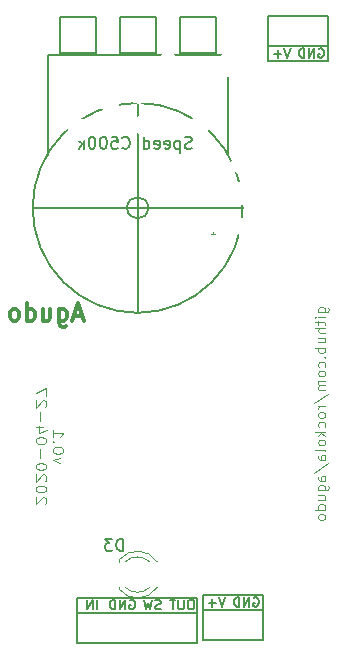
<source format=gbr>
%TF.GenerationSoftware,KiCad,Pcbnew,6.0.0+dfsg1-2*%
%TF.CreationDate,2022-01-11T21:26:03+02:00*%
%TF.ProjectId,agudo,61677564-6f2e-46b6-9963-61645f706362,rev?*%
%TF.SameCoordinates,Original*%
%TF.FileFunction,Legend,Bot*%
%TF.FilePolarity,Positive*%
%FSLAX46Y46*%
G04 Gerber Fmt 4.6, Leading zero omitted, Abs format (unit mm)*
G04 Created by KiCad (PCBNEW 6.0.0+dfsg1-2) date 2022-01-11 21:26:03*
%MOMM*%
%LPD*%
G01*
G04 APERTURE LIST*
%ADD10C,0.100000*%
%ADD11C,0.300000*%
%ADD12C,0.150000*%
%ADD13C,0.127000*%
%ADD14C,0.120000*%
%ADD15O,2.000000X2.000000*%
%ADD16O,2.540000X2.540000*%
%ADD17R,2.540000X2.540000*%
%ADD18O,1.930400X1.930400*%
%ADD19R,1.930400X1.930400*%
%ADD20O,2.400000X1.600000*%
%ADD21R,2.400000X1.600000*%
%ADD22C,1.800000*%
%ADD23R,1.800000X1.800000*%
%ADD24R,2.000000X2.000000*%
%ADD25C,1.600000*%
%ADD26R,1.600000X1.600000*%
G04 APERTURE END LIST*
D10*
X115631142Y-104077571D02*
X116359714Y-104077571D01*
X116445428Y-104034714D01*
X116488285Y-103991857D01*
X116531142Y-103906142D01*
X116531142Y-103777571D01*
X116488285Y-103691857D01*
X116188285Y-104077571D02*
X116231142Y-103991857D01*
X116231142Y-103820428D01*
X116188285Y-103734714D01*
X116145428Y-103691857D01*
X116059714Y-103649000D01*
X115802571Y-103649000D01*
X115716857Y-103691857D01*
X115674000Y-103734714D01*
X115631142Y-103820428D01*
X115631142Y-103991857D01*
X115674000Y-104077571D01*
X116231142Y-104506142D02*
X115631142Y-104506142D01*
X115331142Y-104506142D02*
X115374000Y-104463285D01*
X115416857Y-104506142D01*
X115374000Y-104549000D01*
X115331142Y-104506142D01*
X115416857Y-104506142D01*
X115631142Y-104806142D02*
X115631142Y-105149000D01*
X115331142Y-104934714D02*
X116102571Y-104934714D01*
X116188285Y-104977571D01*
X116231142Y-105063285D01*
X116231142Y-105149000D01*
X116231142Y-105449000D02*
X115331142Y-105449000D01*
X116231142Y-105834714D02*
X115759714Y-105834714D01*
X115674000Y-105791857D01*
X115631142Y-105706142D01*
X115631142Y-105577571D01*
X115674000Y-105491857D01*
X115716857Y-105449000D01*
X115631142Y-106649000D02*
X116231142Y-106649000D01*
X115631142Y-106263285D02*
X116102571Y-106263285D01*
X116188285Y-106306142D01*
X116231142Y-106391857D01*
X116231142Y-106520428D01*
X116188285Y-106606142D01*
X116145428Y-106649000D01*
X116231142Y-107077571D02*
X115331142Y-107077571D01*
X115674000Y-107077571D02*
X115631142Y-107163285D01*
X115631142Y-107334714D01*
X115674000Y-107420428D01*
X115716857Y-107463285D01*
X115802571Y-107506142D01*
X116059714Y-107506142D01*
X116145428Y-107463285D01*
X116188285Y-107420428D01*
X116231142Y-107334714D01*
X116231142Y-107163285D01*
X116188285Y-107077571D01*
X116145428Y-107891857D02*
X116188285Y-107934714D01*
X116231142Y-107891857D01*
X116188285Y-107849000D01*
X116145428Y-107891857D01*
X116231142Y-107891857D01*
X116188285Y-108706142D02*
X116231142Y-108620428D01*
X116231142Y-108449000D01*
X116188285Y-108363285D01*
X116145428Y-108320428D01*
X116059714Y-108277571D01*
X115802571Y-108277571D01*
X115716857Y-108320428D01*
X115674000Y-108363285D01*
X115631142Y-108449000D01*
X115631142Y-108620428D01*
X115674000Y-108706142D01*
X116231142Y-109220428D02*
X116188285Y-109134714D01*
X116145428Y-109091857D01*
X116059714Y-109049000D01*
X115802571Y-109049000D01*
X115716857Y-109091857D01*
X115674000Y-109134714D01*
X115631142Y-109220428D01*
X115631142Y-109349000D01*
X115674000Y-109434714D01*
X115716857Y-109477571D01*
X115802571Y-109520428D01*
X116059714Y-109520428D01*
X116145428Y-109477571D01*
X116188285Y-109434714D01*
X116231142Y-109349000D01*
X116231142Y-109220428D01*
X116231142Y-109906142D02*
X115631142Y-109906142D01*
X115716857Y-109906142D02*
X115674000Y-109949000D01*
X115631142Y-110034714D01*
X115631142Y-110163285D01*
X115674000Y-110249000D01*
X115759714Y-110291857D01*
X116231142Y-110291857D01*
X115759714Y-110291857D02*
X115674000Y-110334714D01*
X115631142Y-110420428D01*
X115631142Y-110549000D01*
X115674000Y-110634714D01*
X115759714Y-110677571D01*
X116231142Y-110677571D01*
X115288285Y-111749000D02*
X116445428Y-110977571D01*
X116231142Y-112049000D02*
X115631142Y-112049000D01*
X115802571Y-112049000D02*
X115716857Y-112091857D01*
X115674000Y-112134714D01*
X115631142Y-112220428D01*
X115631142Y-112306142D01*
X116231142Y-112734714D02*
X116188285Y-112649000D01*
X116145428Y-112606142D01*
X116059714Y-112563285D01*
X115802571Y-112563285D01*
X115716857Y-112606142D01*
X115674000Y-112649000D01*
X115631142Y-112734714D01*
X115631142Y-112863285D01*
X115674000Y-112949000D01*
X115716857Y-112991857D01*
X115802571Y-113034714D01*
X116059714Y-113034714D01*
X116145428Y-112991857D01*
X116188285Y-112949000D01*
X116231142Y-112863285D01*
X116231142Y-112734714D01*
X116188285Y-113806142D02*
X116231142Y-113720428D01*
X116231142Y-113549000D01*
X116188285Y-113463285D01*
X116145428Y-113420428D01*
X116059714Y-113377571D01*
X115802571Y-113377571D01*
X115716857Y-113420428D01*
X115674000Y-113463285D01*
X115631142Y-113549000D01*
X115631142Y-113720428D01*
X115674000Y-113806142D01*
X116231142Y-114191857D02*
X115331142Y-114191857D01*
X115888285Y-114277571D02*
X116231142Y-114534714D01*
X115631142Y-114534714D02*
X115974000Y-114191857D01*
X116231142Y-115049000D02*
X116188285Y-114963285D01*
X116145428Y-114920428D01*
X116059714Y-114877571D01*
X115802571Y-114877571D01*
X115716857Y-114920428D01*
X115674000Y-114963285D01*
X115631142Y-115049000D01*
X115631142Y-115177571D01*
X115674000Y-115263285D01*
X115716857Y-115306142D01*
X115802571Y-115349000D01*
X116059714Y-115349000D01*
X116145428Y-115306142D01*
X116188285Y-115263285D01*
X116231142Y-115177571D01*
X116231142Y-115049000D01*
X116231142Y-115863285D02*
X116188285Y-115777571D01*
X116102571Y-115734714D01*
X115331142Y-115734714D01*
X116231142Y-116591857D02*
X115759714Y-116591857D01*
X115674000Y-116549000D01*
X115631142Y-116463285D01*
X115631142Y-116291857D01*
X115674000Y-116206142D01*
X116188285Y-116591857D02*
X116231142Y-116506142D01*
X116231142Y-116291857D01*
X116188285Y-116206142D01*
X116102571Y-116163285D01*
X116016857Y-116163285D01*
X115931142Y-116206142D01*
X115888285Y-116291857D01*
X115888285Y-116506142D01*
X115845428Y-116591857D01*
X115288285Y-117663285D02*
X116445428Y-116891857D01*
X116231142Y-118349000D02*
X115759714Y-118349000D01*
X115674000Y-118306142D01*
X115631142Y-118220428D01*
X115631142Y-118049000D01*
X115674000Y-117963285D01*
X116188285Y-118349000D02*
X116231142Y-118263285D01*
X116231142Y-118049000D01*
X116188285Y-117963285D01*
X116102571Y-117920428D01*
X116016857Y-117920428D01*
X115931142Y-117963285D01*
X115888285Y-118049000D01*
X115888285Y-118263285D01*
X115845428Y-118349000D01*
X115631142Y-119163285D02*
X116359714Y-119163285D01*
X116445428Y-119120428D01*
X116488285Y-119077571D01*
X116531142Y-118991857D01*
X116531142Y-118863285D01*
X116488285Y-118777571D01*
X116188285Y-119163285D02*
X116231142Y-119077571D01*
X116231142Y-118906142D01*
X116188285Y-118820428D01*
X116145428Y-118777571D01*
X116059714Y-118734714D01*
X115802571Y-118734714D01*
X115716857Y-118777571D01*
X115674000Y-118820428D01*
X115631142Y-118906142D01*
X115631142Y-119077571D01*
X115674000Y-119163285D01*
X115631142Y-119977571D02*
X116231142Y-119977571D01*
X115631142Y-119591857D02*
X116102571Y-119591857D01*
X116188285Y-119634714D01*
X116231142Y-119720428D01*
X116231142Y-119849000D01*
X116188285Y-119934714D01*
X116145428Y-119977571D01*
X116231142Y-120791857D02*
X115331142Y-120791857D01*
X116188285Y-120791857D02*
X116231142Y-120706142D01*
X116231142Y-120534714D01*
X116188285Y-120449000D01*
X116145428Y-120406142D01*
X116059714Y-120363285D01*
X115802571Y-120363285D01*
X115716857Y-120406142D01*
X115674000Y-120449000D01*
X115631142Y-120534714D01*
X115631142Y-120706142D01*
X115674000Y-120791857D01*
X116231142Y-121349000D02*
X116188285Y-121263285D01*
X116145428Y-121220428D01*
X116059714Y-121177571D01*
X115802571Y-121177571D01*
X115716857Y-121220428D01*
X115674000Y-121263285D01*
X115631142Y-121349000D01*
X115631142Y-121477571D01*
X115674000Y-121563285D01*
X115716857Y-121606142D01*
X115802571Y-121649000D01*
X116059714Y-121649000D01*
X116145428Y-121606142D01*
X116188285Y-121563285D01*
X116231142Y-121477571D01*
X116231142Y-121349000D01*
X93754357Y-116871571D02*
X93154357Y-116633476D01*
X93754357Y-116395380D01*
X94054357Y-115823952D02*
X94054357Y-115728714D01*
X94011500Y-115633476D01*
X93968642Y-115585857D01*
X93882928Y-115538238D01*
X93711500Y-115490619D01*
X93497214Y-115490619D01*
X93325785Y-115538238D01*
X93240071Y-115585857D01*
X93197214Y-115633476D01*
X93154357Y-115728714D01*
X93154357Y-115823952D01*
X93197214Y-115919190D01*
X93240071Y-115966809D01*
X93325785Y-116014428D01*
X93497214Y-116062047D01*
X93711500Y-116062047D01*
X93882928Y-116014428D01*
X93968642Y-115966809D01*
X94011500Y-115919190D01*
X94054357Y-115823952D01*
X93240071Y-115062047D02*
X93197214Y-115014428D01*
X93154357Y-115062047D01*
X93197214Y-115109666D01*
X93240071Y-115062047D01*
X93154357Y-115062047D01*
X93154357Y-114062047D02*
X93154357Y-114633476D01*
X93154357Y-114347761D02*
X94054357Y-114347761D01*
X93925785Y-114443000D01*
X93840071Y-114538238D01*
X93797214Y-114633476D01*
X92519642Y-120300142D02*
X92562500Y-120252523D01*
X92605357Y-120157285D01*
X92605357Y-119919190D01*
X92562500Y-119823952D01*
X92519642Y-119776333D01*
X92433928Y-119728714D01*
X92348214Y-119728714D01*
X92219642Y-119776333D01*
X91705357Y-120347761D01*
X91705357Y-119728714D01*
X92605357Y-119109666D02*
X92605357Y-119014428D01*
X92562500Y-118919190D01*
X92519642Y-118871571D01*
X92433928Y-118823952D01*
X92262500Y-118776333D01*
X92048214Y-118776333D01*
X91876785Y-118823952D01*
X91791071Y-118871571D01*
X91748214Y-118919190D01*
X91705357Y-119014428D01*
X91705357Y-119109666D01*
X91748214Y-119204904D01*
X91791071Y-119252523D01*
X91876785Y-119300142D01*
X92048214Y-119347761D01*
X92262500Y-119347761D01*
X92433928Y-119300142D01*
X92519642Y-119252523D01*
X92562500Y-119204904D01*
X92605357Y-119109666D01*
X92519642Y-118395380D02*
X92562500Y-118347761D01*
X92605357Y-118252523D01*
X92605357Y-118014428D01*
X92562500Y-117919190D01*
X92519642Y-117871571D01*
X92433928Y-117823952D01*
X92348214Y-117823952D01*
X92219642Y-117871571D01*
X91705357Y-118443000D01*
X91705357Y-117823952D01*
X92605357Y-117204904D02*
X92605357Y-117109666D01*
X92562500Y-117014428D01*
X92519642Y-116966809D01*
X92433928Y-116919190D01*
X92262500Y-116871571D01*
X92048214Y-116871571D01*
X91876785Y-116919190D01*
X91791071Y-116966809D01*
X91748214Y-117014428D01*
X91705357Y-117109666D01*
X91705357Y-117204904D01*
X91748214Y-117300142D01*
X91791071Y-117347761D01*
X91876785Y-117395380D01*
X92048214Y-117443000D01*
X92262500Y-117443000D01*
X92433928Y-117395380D01*
X92519642Y-117347761D01*
X92562500Y-117300142D01*
X92605357Y-117204904D01*
X92048214Y-116443000D02*
X92048214Y-115681095D01*
X92605357Y-115014428D02*
X92605357Y-114919190D01*
X92562500Y-114823952D01*
X92519642Y-114776333D01*
X92433928Y-114728714D01*
X92262500Y-114681095D01*
X92048214Y-114681095D01*
X91876785Y-114728714D01*
X91791071Y-114776333D01*
X91748214Y-114823952D01*
X91705357Y-114919190D01*
X91705357Y-115014428D01*
X91748214Y-115109666D01*
X91791071Y-115157285D01*
X91876785Y-115204904D01*
X92048214Y-115252523D01*
X92262500Y-115252523D01*
X92433928Y-115204904D01*
X92519642Y-115157285D01*
X92562500Y-115109666D01*
X92605357Y-115014428D01*
X92305357Y-113823952D02*
X91705357Y-113823952D01*
X92648214Y-114062047D02*
X92005357Y-114300142D01*
X92005357Y-113681095D01*
X92048214Y-113300142D02*
X92048214Y-112538238D01*
X92519642Y-112109666D02*
X92562500Y-112062047D01*
X92605357Y-111966809D01*
X92605357Y-111728714D01*
X92562500Y-111633476D01*
X92519642Y-111585857D01*
X92433928Y-111538238D01*
X92348214Y-111538238D01*
X92219642Y-111585857D01*
X91705357Y-112157285D01*
X91705357Y-111538238D01*
X92605357Y-111204904D02*
X92605357Y-110538238D01*
X91705357Y-110966809D01*
D11*
X95654428Y-104390000D02*
X94940142Y-104390000D01*
X95797285Y-104818571D02*
X95297285Y-103318571D01*
X94797285Y-104818571D01*
X93654428Y-103818571D02*
X93654428Y-105032857D01*
X93725857Y-105175714D01*
X93797285Y-105247142D01*
X93940142Y-105318571D01*
X94154428Y-105318571D01*
X94297285Y-105247142D01*
X93654428Y-104747142D02*
X93797285Y-104818571D01*
X94083000Y-104818571D01*
X94225857Y-104747142D01*
X94297285Y-104675714D01*
X94368714Y-104532857D01*
X94368714Y-104104285D01*
X94297285Y-103961428D01*
X94225857Y-103890000D01*
X94083000Y-103818571D01*
X93797285Y-103818571D01*
X93654428Y-103890000D01*
X92297285Y-103818571D02*
X92297285Y-104818571D01*
X92940142Y-103818571D02*
X92940142Y-104604285D01*
X92868714Y-104747142D01*
X92725857Y-104818571D01*
X92511571Y-104818571D01*
X92368714Y-104747142D01*
X92297285Y-104675714D01*
X90940142Y-104818571D02*
X90940142Y-103318571D01*
X90940142Y-104747142D02*
X91083000Y-104818571D01*
X91368714Y-104818571D01*
X91511571Y-104747142D01*
X91583000Y-104675714D01*
X91654428Y-104532857D01*
X91654428Y-104104285D01*
X91583000Y-103961428D01*
X91511571Y-103890000D01*
X91368714Y-103818571D01*
X91083000Y-103818571D01*
X90940142Y-103890000D01*
X90011571Y-104818571D02*
X90154428Y-104747142D01*
X90225857Y-104675714D01*
X90297285Y-104532857D01*
X90297285Y-104104285D01*
X90225857Y-103961428D01*
X90154428Y-103890000D01*
X90011571Y-103818571D01*
X89797285Y-103818571D01*
X89654428Y-103890000D01*
X89583000Y-103961428D01*
X89511571Y-104104285D01*
X89511571Y-104532857D01*
X89583000Y-104675714D01*
X89654428Y-104747142D01*
X89797285Y-104818571D01*
X90011571Y-104818571D01*
D10*
X106508571Y-97426428D02*
X106851428Y-97426428D01*
X106680000Y-97426428D02*
X106680000Y-96826428D01*
X106737142Y-96912142D01*
X106794285Y-96969285D01*
X106851428Y-96997857D01*
D12*
%TO.C,RV2*%
X104901404Y-90193761D02*
X104758547Y-90241380D01*
X104520452Y-90241380D01*
X104425214Y-90193761D01*
X104377595Y-90146142D01*
X104329976Y-90050904D01*
X104329976Y-89955666D01*
X104377595Y-89860428D01*
X104425214Y-89812809D01*
X104520452Y-89765190D01*
X104710928Y-89717571D01*
X104806166Y-89669952D01*
X104853785Y-89622333D01*
X104901404Y-89527095D01*
X104901404Y-89431857D01*
X104853785Y-89336619D01*
X104806166Y-89289000D01*
X104710928Y-89241380D01*
X104472833Y-89241380D01*
X104329976Y-89289000D01*
X103901404Y-89574714D02*
X103901404Y-90574714D01*
X103901404Y-89622333D02*
X103806166Y-89574714D01*
X103615690Y-89574714D01*
X103520452Y-89622333D01*
X103472833Y-89669952D01*
X103425214Y-89765190D01*
X103425214Y-90050904D01*
X103472833Y-90146142D01*
X103520452Y-90193761D01*
X103615690Y-90241380D01*
X103806166Y-90241380D01*
X103901404Y-90193761D01*
X102615690Y-90193761D02*
X102710928Y-90241380D01*
X102901404Y-90241380D01*
X102996642Y-90193761D01*
X103044261Y-90098523D01*
X103044261Y-89717571D01*
X102996642Y-89622333D01*
X102901404Y-89574714D01*
X102710928Y-89574714D01*
X102615690Y-89622333D01*
X102568071Y-89717571D01*
X102568071Y-89812809D01*
X103044261Y-89908047D01*
X101758547Y-90193761D02*
X101853785Y-90241380D01*
X102044261Y-90241380D01*
X102139500Y-90193761D01*
X102187119Y-90098523D01*
X102187119Y-89717571D01*
X102139500Y-89622333D01*
X102044261Y-89574714D01*
X101853785Y-89574714D01*
X101758547Y-89622333D01*
X101710928Y-89717571D01*
X101710928Y-89812809D01*
X102187119Y-89908047D01*
X100853785Y-90241380D02*
X100853785Y-89241380D01*
X100853785Y-90193761D02*
X100949023Y-90241380D01*
X101139500Y-90241380D01*
X101234738Y-90193761D01*
X101282357Y-90146142D01*
X101329976Y-90050904D01*
X101329976Y-89765190D01*
X101282357Y-89669952D01*
X101234738Y-89622333D01*
X101139500Y-89574714D01*
X100949023Y-89574714D01*
X100853785Y-89622333D01*
X99044261Y-90146142D02*
X99091880Y-90193761D01*
X99234738Y-90241380D01*
X99329976Y-90241380D01*
X99472833Y-90193761D01*
X99568071Y-90098523D01*
X99615690Y-90003285D01*
X99663309Y-89812809D01*
X99663309Y-89669952D01*
X99615690Y-89479476D01*
X99568071Y-89384238D01*
X99472833Y-89289000D01*
X99329976Y-89241380D01*
X99234738Y-89241380D01*
X99091880Y-89289000D01*
X99044261Y-89336619D01*
X98139500Y-89241380D02*
X98615690Y-89241380D01*
X98663309Y-89717571D01*
X98615690Y-89669952D01*
X98520452Y-89622333D01*
X98282357Y-89622333D01*
X98187119Y-89669952D01*
X98139500Y-89717571D01*
X98091880Y-89812809D01*
X98091880Y-90050904D01*
X98139500Y-90146142D01*
X98187119Y-90193761D01*
X98282357Y-90241380D01*
X98520452Y-90241380D01*
X98615690Y-90193761D01*
X98663309Y-90146142D01*
X97472833Y-89241380D02*
X97377595Y-89241380D01*
X97282357Y-89289000D01*
X97234738Y-89336619D01*
X97187119Y-89431857D01*
X97139500Y-89622333D01*
X97139500Y-89860428D01*
X97187119Y-90050904D01*
X97234738Y-90146142D01*
X97282357Y-90193761D01*
X97377595Y-90241380D01*
X97472833Y-90241380D01*
X97568071Y-90193761D01*
X97615690Y-90146142D01*
X97663309Y-90050904D01*
X97710928Y-89860428D01*
X97710928Y-89622333D01*
X97663309Y-89431857D01*
X97615690Y-89336619D01*
X97568071Y-89289000D01*
X97472833Y-89241380D01*
X96520452Y-89241380D02*
X96425214Y-89241380D01*
X96329976Y-89289000D01*
X96282357Y-89336619D01*
X96234738Y-89431857D01*
X96187119Y-89622333D01*
X96187119Y-89860428D01*
X96234738Y-90050904D01*
X96282357Y-90146142D01*
X96329976Y-90193761D01*
X96425214Y-90241380D01*
X96520452Y-90241380D01*
X96615690Y-90193761D01*
X96663309Y-90146142D01*
X96710928Y-90050904D01*
X96758547Y-89860428D01*
X96758547Y-89622333D01*
X96710928Y-89431857D01*
X96663309Y-89336619D01*
X96615690Y-89289000D01*
X96520452Y-89241380D01*
X95758547Y-90241380D02*
X95758547Y-89241380D01*
X95663309Y-89860428D02*
X95377595Y-90241380D01*
X95377595Y-89574714D02*
X95758547Y-89955666D01*
D10*
X100044285Y-81097380D02*
X100615714Y-81097380D01*
X100330000Y-81097380D02*
X100330000Y-80097380D01*
X100425238Y-80240238D01*
X100520476Y-80335476D01*
X100615714Y-80383095D01*
D12*
%TO.C,J3*%
X115671523Y-81769000D02*
X115747714Y-81730904D01*
X115862000Y-81730904D01*
X115976285Y-81769000D01*
X116052476Y-81845190D01*
X116090571Y-81921380D01*
X116128666Y-82073761D01*
X116128666Y-82188047D01*
X116090571Y-82340428D01*
X116052476Y-82416619D01*
X115976285Y-82492809D01*
X115862000Y-82530904D01*
X115785809Y-82530904D01*
X115671523Y-82492809D01*
X115633428Y-82454714D01*
X115633428Y-82188047D01*
X115785809Y-82188047D01*
X115290571Y-82530904D02*
X115290571Y-81730904D01*
X114833428Y-82530904D01*
X114833428Y-81730904D01*
X114452476Y-82530904D02*
X114452476Y-81730904D01*
X114262000Y-81730904D01*
X114147714Y-81769000D01*
X114071523Y-81845190D01*
X114033428Y-81921380D01*
X113995333Y-82073761D01*
X113995333Y-82188047D01*
X114033428Y-82340428D01*
X114071523Y-82416619D01*
X114147714Y-82492809D01*
X114262000Y-82530904D01*
X114452476Y-82530904D01*
X113283904Y-81730904D02*
X113017238Y-82530904D01*
X112750571Y-81730904D01*
X112483904Y-82226142D02*
X111874380Y-82226142D01*
X112179142Y-82530904D02*
X112179142Y-81921380D01*
%TO.C,J2*%
X107759404Y-128212904D02*
X107492738Y-129012904D01*
X107226071Y-128212904D01*
X106959404Y-128708142D02*
X106349880Y-128708142D01*
X106654642Y-129012904D02*
X106654642Y-128403380D01*
X110147023Y-128251000D02*
X110223214Y-128212904D01*
X110337500Y-128212904D01*
X110451785Y-128251000D01*
X110527976Y-128327190D01*
X110566071Y-128403380D01*
X110604166Y-128555761D01*
X110604166Y-128670047D01*
X110566071Y-128822428D01*
X110527976Y-128898619D01*
X110451785Y-128974809D01*
X110337500Y-129012904D01*
X110261309Y-129012904D01*
X110147023Y-128974809D01*
X110108928Y-128936714D01*
X110108928Y-128670047D01*
X110261309Y-128670047D01*
X109766071Y-129012904D02*
X109766071Y-128212904D01*
X109308928Y-129012904D01*
X109308928Y-128212904D01*
X108927976Y-129012904D02*
X108927976Y-128212904D01*
X108737500Y-128212904D01*
X108623214Y-128251000D01*
X108547023Y-128327190D01*
X108508928Y-128403380D01*
X108470833Y-128555761D01*
X108470833Y-128670047D01*
X108508928Y-128822428D01*
X108547023Y-128898619D01*
X108623214Y-128974809D01*
X108737500Y-129012904D01*
X108927976Y-129012904D01*
%TO.C,J1*%
X96926347Y-129241504D02*
X96926347Y-128441504D01*
X96545395Y-129241504D02*
X96545395Y-128441504D01*
X96088252Y-129241504D01*
X96088252Y-128441504D01*
X99656823Y-128479600D02*
X99733014Y-128441504D01*
X99847300Y-128441504D01*
X99961585Y-128479600D01*
X100037776Y-128555790D01*
X100075871Y-128631980D01*
X100113966Y-128784361D01*
X100113966Y-128898647D01*
X100075871Y-129051028D01*
X100037776Y-129127219D01*
X99961585Y-129203409D01*
X99847300Y-129241504D01*
X99771109Y-129241504D01*
X99656823Y-129203409D01*
X99618728Y-129165314D01*
X99618728Y-128898647D01*
X99771109Y-128898647D01*
X99275871Y-129241504D02*
X99275871Y-128441504D01*
X98818728Y-129241504D01*
X98818728Y-128441504D01*
X98437776Y-129241504D02*
X98437776Y-128441504D01*
X98247300Y-128441504D01*
X98133014Y-128479600D01*
X98056823Y-128555790D01*
X98018728Y-128631980D01*
X97980633Y-128784361D01*
X97980633Y-128898647D01*
X98018728Y-129051028D01*
X98056823Y-129127219D01*
X98133014Y-129203409D01*
X98247300Y-129241504D01*
X98437776Y-129241504D01*
X102273014Y-129203409D02*
X102158728Y-129241504D01*
X101968252Y-129241504D01*
X101892061Y-129203409D01*
X101853966Y-129165314D01*
X101815871Y-129089123D01*
X101815871Y-129012933D01*
X101853966Y-128936742D01*
X101892061Y-128898647D01*
X101968252Y-128860552D01*
X102120633Y-128822457D01*
X102196823Y-128784361D01*
X102234919Y-128746266D01*
X102273014Y-128670076D01*
X102273014Y-128593885D01*
X102234919Y-128517695D01*
X102196823Y-128479600D01*
X102120633Y-128441504D01*
X101930157Y-128441504D01*
X101815871Y-128479600D01*
X101549204Y-128441504D02*
X101358728Y-129241504D01*
X101206347Y-128670076D01*
X101053966Y-129241504D01*
X100863490Y-128441504D01*
X104927300Y-128441504D02*
X104774919Y-128441504D01*
X104698728Y-128479600D01*
X104622538Y-128555790D01*
X104584442Y-128708171D01*
X104584442Y-128974838D01*
X104622538Y-129127219D01*
X104698728Y-129203409D01*
X104774919Y-129241504D01*
X104927300Y-129241504D01*
X105003490Y-129203409D01*
X105079680Y-129127219D01*
X105117776Y-128974838D01*
X105117776Y-128708171D01*
X105079680Y-128555790D01*
X105003490Y-128479600D01*
X104927300Y-128441504D01*
X104241585Y-128441504D02*
X104241585Y-129089123D01*
X104203490Y-129165314D01*
X104165395Y-129203409D01*
X104089204Y-129241504D01*
X103936823Y-129241504D01*
X103860633Y-129203409D01*
X103822538Y-129165314D01*
X103784442Y-129089123D01*
X103784442Y-128441504D01*
X103517776Y-128441504D02*
X103060633Y-128441504D01*
X103289204Y-129241504D02*
X103289204Y-128441504D01*
%TO.C,D3*%
X99099595Y-124277380D02*
X99099595Y-123277380D01*
X98861500Y-123277380D01*
X98718642Y-123325000D01*
X98623404Y-123420238D01*
X98575785Y-123515476D01*
X98528166Y-123705952D01*
X98528166Y-123848809D01*
X98575785Y-124039285D01*
X98623404Y-124134523D01*
X98718642Y-124229761D01*
X98861500Y-124277380D01*
X99099595Y-124277380D01*
X98194833Y-123277380D02*
X97575785Y-123277380D01*
X97909119Y-123658333D01*
X97766261Y-123658333D01*
X97671023Y-123705952D01*
X97623404Y-123753571D01*
X97575785Y-123848809D01*
X97575785Y-124086904D01*
X97623404Y-124182142D01*
X97671023Y-124229761D01*
X97766261Y-124277380D01*
X98051976Y-124277380D01*
X98147214Y-124229761D01*
X98194833Y-124182142D01*
D13*
%TO.C,RV2*%
X101228000Y-95250000D02*
G75*
G03*
X101228000Y-95250000I-898000J0D01*
G01*
X100329998Y-104140000D02*
G75*
G03*
X109220000Y-95250000I101J8889901D01*
G01*
X91440000Y-95249998D02*
G75*
G03*
X100330000Y-104140000I8889901J-101D01*
G01*
X100330000Y-86360000D02*
G75*
G03*
X91440000Y-95250000I0J-8890000D01*
G01*
X109220000Y-95250000D02*
G75*
G03*
X100330000Y-86360000I-8890000J0D01*
G01*
X107950000Y-90805000D02*
X107950000Y-82296000D01*
X92710000Y-82296000D02*
X92710000Y-90805000D01*
X100330000Y-86360000D02*
X100330000Y-104140000D01*
X109220000Y-95250000D02*
X91440000Y-95250000D01*
X107950000Y-82296000D02*
X92710000Y-82296000D01*
X106934000Y-82169000D02*
X103886000Y-82169000D01*
X101854000Y-82169000D02*
X98806000Y-82169000D01*
X96774000Y-82169000D02*
X93726000Y-82169000D01*
X106934000Y-82169000D02*
X106934000Y-79121000D01*
X106934000Y-79121000D02*
X103886000Y-79121000D01*
X103886000Y-79121000D02*
X103886000Y-82169000D01*
X101854000Y-82169000D02*
X101854000Y-79121000D01*
X101854000Y-79121000D02*
X98806000Y-79121000D01*
X98806000Y-79121000D02*
X98806000Y-82169000D01*
X96774000Y-82169000D02*
X96774000Y-79121000D01*
X96774000Y-79121000D02*
X93726000Y-79121000D01*
X93726000Y-79121000D02*
X93726000Y-82169000D01*
%TO.C,J3*%
X111379000Y-82804000D02*
X111379000Y-81534000D01*
X116459000Y-82804000D02*
X116459000Y-81534000D01*
X111379000Y-82804000D02*
X116459000Y-82804000D01*
X111379000Y-81534000D02*
X111379000Y-78994000D01*
X116459000Y-81534000D02*
X116459000Y-78994000D01*
X111379000Y-81534000D02*
X116459000Y-81534000D01*
X116459000Y-78994000D02*
X111379000Y-78994000D01*
%TO.C,J2*%
X110934500Y-129286000D02*
X105854500Y-129286000D01*
X105854500Y-131826000D02*
X110934500Y-131826000D01*
X110934500Y-131826000D02*
X110934500Y-129286000D01*
X105854500Y-131826000D02*
X105854500Y-129286000D01*
X105854500Y-128016000D02*
X110934500Y-128016000D01*
X110934500Y-129286000D02*
X110934500Y-128016000D01*
X105854500Y-129286000D02*
X105854500Y-128016000D01*
%TO.C,J1*%
X105397300Y-129514600D02*
X95237300Y-129514600D01*
X95237300Y-132054600D02*
X105397300Y-132054600D01*
X105397300Y-132054600D02*
X105397300Y-129514600D01*
X95237300Y-132054600D02*
X95237300Y-129514600D01*
X95237300Y-128244600D02*
X105397300Y-128244600D01*
X105397300Y-129514600D02*
X105397300Y-128244600D01*
X95237300Y-129514600D02*
X95237300Y-128244600D01*
D14*
%TO.C,D3*%
X98757300Y-127537016D02*
G75*
G03*
X101989635Y-127380108I1560000J1235516D01*
G01*
X101989635Y-125222892D02*
G75*
G03*
X98757300Y-125065984I-1672335J-1078608D01*
G01*
X99276339Y-127381500D02*
G75*
G03*
X101358430Y-127381337I1040961J1080000D01*
G01*
X101358430Y-125221663D02*
G75*
G03*
X99276339Y-125221500I-1041130J-1079837D01*
G01*
X98757300Y-127537500D02*
X98757300Y-127381500D01*
X98757300Y-125221500D02*
X98757300Y-125065500D01*
%TD*%
%LPC*%
D15*
%TO.C,R27*%
X102870000Y-83185000D03*
X107950000Y-83185000D03*
%TD*%
%TO.C,R26*%
X114300000Y-123825000D03*
X109220000Y-123825000D03*
%TD*%
%TO.C,R25*%
X114300000Y-103505000D03*
X109220000Y-103505000D03*
%TD*%
%TO.C,R24*%
X114300000Y-106045000D03*
X109220000Y-106045000D03*
%TD*%
%TO.C,R23*%
X114300000Y-108585000D03*
X109220000Y-108585000D03*
%TD*%
%TO.C,R22*%
X109220000Y-93980000D03*
X114300000Y-93980000D03*
%TD*%
%TO.C,R21*%
X95885000Y-124714000D03*
X90805000Y-124714000D03*
%TD*%
%TO.C,R20*%
X90170000Y-91694000D03*
X95250000Y-91694000D03*
%TD*%
%TO.C,R19*%
X114300000Y-91440000D03*
X109220000Y-91440000D03*
%TD*%
%TO.C,R18*%
X100457000Y-85471000D03*
X105537000Y-85471000D03*
%TD*%
%TO.C,R17*%
X90170000Y-101346000D03*
X90170000Y-106426000D03*
%TD*%
%TO.C,R16*%
X95250000Y-94107000D03*
X90170000Y-94107000D03*
%TD*%
%TO.C,R15*%
X95250000Y-96520000D03*
X90170000Y-96520000D03*
%TD*%
%TO.C,R14*%
X95885000Y-127127000D03*
X90805000Y-127127000D03*
%TD*%
%TO.C,R13*%
X95250000Y-98933000D03*
X90170000Y-98933000D03*
%TD*%
%TO.C,R12*%
X109220000Y-111125000D03*
X114300000Y-111125000D03*
%TD*%
%TO.C,R11*%
X114300000Y-88900000D03*
X109220000Y-88900000D03*
%TD*%
%TO.C,R10*%
X109220000Y-113665000D03*
X114300000Y-113665000D03*
%TD*%
%TO.C,R9*%
X109220000Y-116205000D03*
X114300000Y-116205000D03*
%TD*%
%TO.C,R8*%
X109220000Y-118745000D03*
X114300000Y-118745000D03*
%TD*%
%TO.C,R7*%
X109220000Y-121285000D03*
X114300000Y-121285000D03*
%TD*%
%TO.C,R6*%
X95250000Y-109220000D03*
X90170000Y-109220000D03*
%TD*%
%TO.C,R5*%
X90170000Y-111760000D03*
X95250000Y-111760000D03*
%TD*%
%TO.C,R4*%
X90170000Y-114300000D03*
X95250000Y-114300000D03*
%TD*%
%TO.C,R3*%
X95250000Y-116840000D03*
X90170000Y-116840000D03*
%TD*%
%TO.C,R2*%
X101727000Y-106299000D03*
X106807000Y-106299000D03*
%TD*%
%TO.C,R1*%
X95250000Y-119380000D03*
X90170000Y-119380000D03*
%TD*%
D16*
%TO.C,RV2*%
X105410000Y-80645000D03*
X100330000Y-80645000D03*
D17*
X95250000Y-80645000D03*
%TD*%
D18*
%TO.C,J3*%
X115189000Y-80264000D03*
D19*
X112649000Y-80264000D03*
%TD*%
D20*
%TO.C,U2*%
X106045000Y-91440000D03*
X98425000Y-99060000D03*
X106045000Y-93980000D03*
X98425000Y-96520000D03*
X106045000Y-96520000D03*
X98425000Y-93980000D03*
X106045000Y-99060000D03*
D21*
X98425000Y-91440000D03*
%TD*%
D20*
%TO.C,U1*%
X106045000Y-109220000D03*
X98425000Y-116840000D03*
X106045000Y-111760000D03*
X98425000Y-114300000D03*
X106045000Y-114300000D03*
X98425000Y-111760000D03*
X106045000Y-116840000D03*
D21*
X98425000Y-109220000D03*
%TD*%
D18*
%TO.C,RV1*%
X95377000Y-88646000D03*
X97917000Y-86106000D03*
X95377000Y-83566000D03*
%TD*%
%TO.C,J2*%
X109664500Y-130556000D03*
D19*
X107124500Y-130556000D03*
%TD*%
D18*
%TO.C,J1*%
X104127300Y-130784600D03*
X101587300Y-130784600D03*
X99047300Y-130784600D03*
D19*
X96507300Y-130784600D03*
%TD*%
D22*
%TO.C,D3*%
X101587300Y-126301500D03*
D23*
X99047300Y-126301500D03*
%TD*%
D24*
%TO.C,D2*%
X90297000Y-88646000D03*
D15*
X90297000Y-81026000D03*
%TD*%
D24*
%TO.C,D1*%
X111760000Y-126238000D03*
D15*
X104140000Y-126238000D03*
%TD*%
D25*
%TO.C,C10*%
X109300000Y-96901000D03*
X114300000Y-96901000D03*
%TD*%
%TO.C,C9*%
X105393500Y-123253500D03*
X100393500Y-123253500D03*
%TD*%
%TO.C,C8*%
X112990000Y-85090000D03*
D26*
X110490000Y-85090000D03*
%TD*%
D25*
%TO.C,C7*%
X97710000Y-106045000D03*
X92710000Y-106045000D03*
%TD*%
%TO.C,C6*%
X97710000Y-102362000D03*
X92710000Y-102362000D03*
%TD*%
%TO.C,C5*%
X105584000Y-88265000D03*
X100584000Y-88265000D03*
%TD*%
%TO.C,C4*%
X109300000Y-100330000D03*
X114300000Y-100330000D03*
%TD*%
%TO.C,C3*%
X105330000Y-120015000D03*
X100330000Y-120015000D03*
%TD*%
%TO.C,C2*%
X114641000Y-129794000D03*
D26*
X112141000Y-129794000D03*
%TD*%
D25*
%TO.C,C1*%
X96440000Y-122047000D03*
X91440000Y-122047000D03*
%TD*%
M02*

</source>
